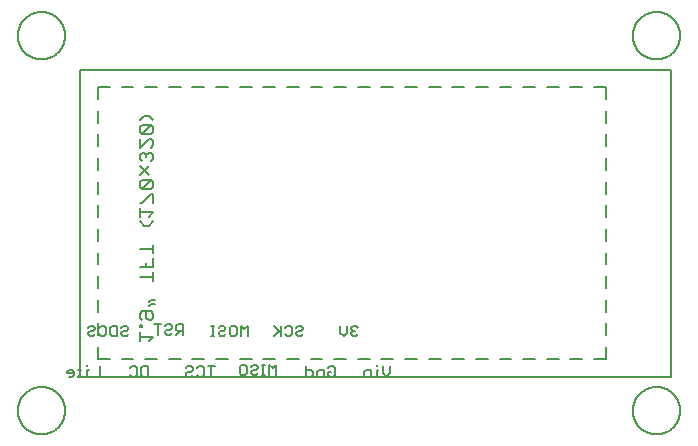
<source format=gbr>
G04 EAGLE Gerber RS-274X export*
G75*
%MOMM*%
%FSLAX34Y34*%
%LPD*%
%INSilkscreen Bottom*%
%IPPOS*%
%AMOC8*
5,1,8,0,0,1.08239X$1,22.5*%
G01*
%ADD10C,0.152400*%
%ADD11C,0.203200*%
%ADD12C,0.127000*%


D10*
X320095Y11945D02*
X320095Y6183D01*
X317214Y3302D01*
X314333Y6183D01*
X314333Y11945D01*
X310740Y9064D02*
X309299Y9064D01*
X309299Y3302D01*
X307859Y3302D02*
X310740Y3302D01*
X309299Y11945D02*
X309299Y13386D01*
X304503Y9064D02*
X304503Y3302D01*
X304503Y9064D02*
X300182Y9064D01*
X298741Y7624D01*
X298741Y3302D01*
X145414Y38862D02*
X145414Y47505D01*
X141092Y47505D01*
X139651Y46065D01*
X139651Y43184D01*
X141092Y41743D01*
X145414Y41743D01*
X142532Y41743D02*
X139651Y38862D01*
X131737Y47505D02*
X130296Y46065D01*
X131737Y47505D02*
X134618Y47505D01*
X136058Y46065D01*
X136058Y44624D01*
X134618Y43184D01*
X131737Y43184D01*
X130296Y41743D01*
X130296Y40303D01*
X131737Y38862D01*
X134618Y38862D01*
X136058Y40303D01*
X123822Y38862D02*
X123822Y47505D01*
X126703Y47505D02*
X120941Y47505D01*
X115738Y11945D02*
X115738Y3302D01*
X111417Y3302D01*
X109976Y4743D01*
X109976Y10505D01*
X111417Y11945D01*
X115738Y11945D01*
X102062Y11945D02*
X100621Y10505D01*
X102062Y11945D02*
X104943Y11945D01*
X106383Y10505D01*
X106383Y4743D01*
X104943Y3302D01*
X102062Y3302D01*
X100621Y4743D01*
X169202Y3302D02*
X169202Y11945D01*
X166321Y11945D02*
X172084Y11945D01*
X158407Y11945D02*
X156966Y10505D01*
X158407Y11945D02*
X161288Y11945D01*
X162728Y10505D01*
X162728Y4743D01*
X161288Y3302D01*
X158407Y3302D01*
X156966Y4743D01*
X149052Y11945D02*
X147611Y10505D01*
X149052Y11945D02*
X151933Y11945D01*
X153373Y10505D01*
X153373Y9064D01*
X151933Y7624D01*
X149052Y7624D01*
X147611Y6183D01*
X147611Y4743D01*
X149052Y3302D01*
X151933Y3302D01*
X153373Y4743D01*
X199910Y37592D02*
X199910Y46235D01*
X197029Y43354D01*
X194148Y46235D01*
X194148Y37592D01*
X189115Y46235D02*
X186234Y46235D01*
X189115Y46235D02*
X190555Y44795D01*
X190555Y39033D01*
X189115Y37592D01*
X186234Y37592D01*
X184793Y39033D01*
X184793Y44795D01*
X186234Y46235D01*
X176878Y46235D02*
X175438Y44795D01*
X176878Y46235D02*
X179759Y46235D01*
X181200Y44795D01*
X181200Y43354D01*
X179759Y41914D01*
X176878Y41914D01*
X175438Y40473D01*
X175438Y39033D01*
X176878Y37592D01*
X179759Y37592D01*
X181200Y39033D01*
X171845Y37592D02*
X168964Y37592D01*
X170404Y37592D02*
X170404Y46235D01*
X168964Y46235D02*
X171845Y46235D01*
X241251Y44795D02*
X242692Y46235D01*
X245573Y46235D01*
X247014Y44795D01*
X247014Y43354D01*
X245573Y41914D01*
X242692Y41914D01*
X241251Y40473D01*
X241251Y39033D01*
X242692Y37592D01*
X245573Y37592D01*
X247014Y39033D01*
X233337Y46235D02*
X231896Y44795D01*
X233337Y46235D02*
X236218Y46235D01*
X237658Y44795D01*
X237658Y39033D01*
X236218Y37592D01*
X233337Y37592D01*
X231896Y39033D01*
X228303Y37592D02*
X228303Y46235D01*
X228303Y40473D02*
X222541Y46235D01*
X226863Y41914D02*
X222541Y37592D01*
X224028Y13215D02*
X224028Y4572D01*
X221147Y10334D02*
X224028Y13215D01*
X221147Y10334D02*
X218266Y13215D01*
X218266Y4572D01*
X214673Y4572D02*
X211792Y4572D01*
X213232Y4572D02*
X213232Y13215D01*
X211792Y13215D02*
X214673Y13215D01*
X204114Y13215D02*
X202674Y11775D01*
X204114Y13215D02*
X206995Y13215D01*
X208436Y11775D01*
X208436Y10334D01*
X206995Y8894D01*
X204114Y8894D01*
X202674Y7453D01*
X202674Y6013D01*
X204114Y4572D01*
X206995Y4572D01*
X208436Y6013D01*
X197640Y13215D02*
X194759Y13215D01*
X197640Y13215D02*
X199081Y11775D01*
X199081Y6013D01*
X197640Y4572D01*
X194759Y4572D01*
X193319Y6013D01*
X193319Y11775D01*
X194759Y13215D01*
X74872Y11945D02*
X74872Y3302D01*
X69110Y3302D01*
X65517Y9064D02*
X64076Y9064D01*
X64076Y3302D01*
X62636Y3302D02*
X65517Y3302D01*
X64076Y11945D02*
X64076Y13386D01*
X57839Y10505D02*
X57839Y4743D01*
X56399Y3302D01*
X56399Y9064D02*
X59280Y9064D01*
X51603Y3302D02*
X48722Y3302D01*
X51603Y3302D02*
X53043Y4743D01*
X53043Y7624D01*
X51603Y9064D01*
X48722Y9064D01*
X47281Y7624D01*
X47281Y6183D01*
X53043Y6183D01*
X267921Y10505D02*
X269362Y11945D01*
X272243Y11945D01*
X273684Y10505D01*
X273684Y4743D01*
X272243Y3302D01*
X269362Y3302D01*
X267921Y4743D01*
X267921Y7624D01*
X270802Y7624D01*
X264328Y9064D02*
X264328Y3302D01*
X264328Y9064D02*
X260007Y9064D01*
X258566Y7624D01*
X258566Y3302D01*
X249211Y3302D02*
X249211Y11945D01*
X249211Y3302D02*
X253533Y3302D01*
X254973Y4743D01*
X254973Y7624D01*
X253533Y9064D01*
X249211Y9064D01*
X292098Y46235D02*
X293538Y44795D01*
X292098Y46235D02*
X289217Y46235D01*
X287776Y44795D01*
X287776Y43354D01*
X289217Y41914D01*
X290657Y41914D01*
X289217Y41914D02*
X287776Y40473D01*
X287776Y39033D01*
X289217Y37592D01*
X292098Y37592D01*
X293538Y39033D01*
X284183Y40473D02*
X284183Y46235D01*
X284183Y40473D02*
X281302Y37592D01*
X278421Y40473D01*
X278421Y46235D01*
X94567Y46235D02*
X93127Y44795D01*
X94567Y46235D02*
X97448Y46235D01*
X98889Y44795D01*
X98889Y43354D01*
X97448Y41914D01*
X94567Y41914D01*
X93127Y40473D01*
X93127Y39033D01*
X94567Y37592D01*
X97448Y37592D01*
X98889Y39033D01*
X89534Y37592D02*
X89534Y46235D01*
X89534Y37592D02*
X85212Y37592D01*
X83771Y39033D01*
X83771Y44795D01*
X85212Y46235D01*
X89534Y46235D01*
X75857Y46235D02*
X74416Y44795D01*
X75857Y46235D02*
X78738Y46235D01*
X80178Y44795D01*
X80178Y39033D01*
X78738Y37592D01*
X75857Y37592D01*
X74416Y39033D01*
X66502Y46235D02*
X65061Y44795D01*
X66502Y46235D02*
X69383Y46235D01*
X70823Y44795D01*
X70823Y43354D01*
X69383Y41914D01*
X66502Y41914D01*
X65061Y40473D01*
X65061Y39033D01*
X66502Y37592D01*
X69383Y37592D01*
X70823Y39033D01*
D11*
X526100Y-25400D02*
X526106Y-24909D01*
X526124Y-24419D01*
X526154Y-23929D01*
X526196Y-23440D01*
X526250Y-22952D01*
X526316Y-22465D01*
X526394Y-21981D01*
X526484Y-21498D01*
X526586Y-21018D01*
X526699Y-20540D01*
X526824Y-20066D01*
X526961Y-19594D01*
X527109Y-19126D01*
X527269Y-18662D01*
X527440Y-18202D01*
X527622Y-17746D01*
X527816Y-17295D01*
X528020Y-16849D01*
X528236Y-16408D01*
X528462Y-15972D01*
X528698Y-15542D01*
X528945Y-15118D01*
X529203Y-14700D01*
X529471Y-14289D01*
X529748Y-13884D01*
X530036Y-13486D01*
X530333Y-13095D01*
X530640Y-12712D01*
X530956Y-12337D01*
X531281Y-11969D01*
X531615Y-11609D01*
X531958Y-11258D01*
X532309Y-10915D01*
X532669Y-10581D01*
X533037Y-10256D01*
X533412Y-9940D01*
X533795Y-9633D01*
X534186Y-9336D01*
X534584Y-9048D01*
X534989Y-8771D01*
X535400Y-8503D01*
X535818Y-8245D01*
X536242Y-7998D01*
X536672Y-7762D01*
X537108Y-7536D01*
X537549Y-7320D01*
X537995Y-7116D01*
X538446Y-6922D01*
X538902Y-6740D01*
X539362Y-6569D01*
X539826Y-6409D01*
X540294Y-6261D01*
X540766Y-6124D01*
X541240Y-5999D01*
X541718Y-5886D01*
X542198Y-5784D01*
X542681Y-5694D01*
X543165Y-5616D01*
X543652Y-5550D01*
X544140Y-5496D01*
X544629Y-5454D01*
X545119Y-5424D01*
X545609Y-5406D01*
X546100Y-5400D01*
X546591Y-5406D01*
X547081Y-5424D01*
X547571Y-5454D01*
X548060Y-5496D01*
X548548Y-5550D01*
X549035Y-5616D01*
X549519Y-5694D01*
X550002Y-5784D01*
X550482Y-5886D01*
X550960Y-5999D01*
X551434Y-6124D01*
X551906Y-6261D01*
X552374Y-6409D01*
X552838Y-6569D01*
X553298Y-6740D01*
X553754Y-6922D01*
X554205Y-7116D01*
X554651Y-7320D01*
X555092Y-7536D01*
X555528Y-7762D01*
X555958Y-7998D01*
X556382Y-8245D01*
X556800Y-8503D01*
X557211Y-8771D01*
X557616Y-9048D01*
X558014Y-9336D01*
X558405Y-9633D01*
X558788Y-9940D01*
X559163Y-10256D01*
X559531Y-10581D01*
X559891Y-10915D01*
X560242Y-11258D01*
X560585Y-11609D01*
X560919Y-11969D01*
X561244Y-12337D01*
X561560Y-12712D01*
X561867Y-13095D01*
X562164Y-13486D01*
X562452Y-13884D01*
X562729Y-14289D01*
X562997Y-14700D01*
X563255Y-15118D01*
X563502Y-15542D01*
X563738Y-15972D01*
X563964Y-16408D01*
X564180Y-16849D01*
X564384Y-17295D01*
X564578Y-17746D01*
X564760Y-18202D01*
X564931Y-18662D01*
X565091Y-19126D01*
X565239Y-19594D01*
X565376Y-20066D01*
X565501Y-20540D01*
X565614Y-21018D01*
X565716Y-21498D01*
X565806Y-21981D01*
X565884Y-22465D01*
X565950Y-22952D01*
X566004Y-23440D01*
X566046Y-23929D01*
X566076Y-24419D01*
X566094Y-24909D01*
X566100Y-25400D01*
X566094Y-25891D01*
X566076Y-26381D01*
X566046Y-26871D01*
X566004Y-27360D01*
X565950Y-27848D01*
X565884Y-28335D01*
X565806Y-28819D01*
X565716Y-29302D01*
X565614Y-29782D01*
X565501Y-30260D01*
X565376Y-30734D01*
X565239Y-31206D01*
X565091Y-31674D01*
X564931Y-32138D01*
X564760Y-32598D01*
X564578Y-33054D01*
X564384Y-33505D01*
X564180Y-33951D01*
X563964Y-34392D01*
X563738Y-34828D01*
X563502Y-35258D01*
X563255Y-35682D01*
X562997Y-36100D01*
X562729Y-36511D01*
X562452Y-36916D01*
X562164Y-37314D01*
X561867Y-37705D01*
X561560Y-38088D01*
X561244Y-38463D01*
X560919Y-38831D01*
X560585Y-39191D01*
X560242Y-39542D01*
X559891Y-39885D01*
X559531Y-40219D01*
X559163Y-40544D01*
X558788Y-40860D01*
X558405Y-41167D01*
X558014Y-41464D01*
X557616Y-41752D01*
X557211Y-42029D01*
X556800Y-42297D01*
X556382Y-42555D01*
X555958Y-42802D01*
X555528Y-43038D01*
X555092Y-43264D01*
X554651Y-43480D01*
X554205Y-43684D01*
X553754Y-43878D01*
X553298Y-44060D01*
X552838Y-44231D01*
X552374Y-44391D01*
X551906Y-44539D01*
X551434Y-44676D01*
X550960Y-44801D01*
X550482Y-44914D01*
X550002Y-45016D01*
X549519Y-45106D01*
X549035Y-45184D01*
X548548Y-45250D01*
X548060Y-45304D01*
X547571Y-45346D01*
X547081Y-45376D01*
X546591Y-45394D01*
X546100Y-45400D01*
X545609Y-45394D01*
X545119Y-45376D01*
X544629Y-45346D01*
X544140Y-45304D01*
X543652Y-45250D01*
X543165Y-45184D01*
X542681Y-45106D01*
X542198Y-45016D01*
X541718Y-44914D01*
X541240Y-44801D01*
X540766Y-44676D01*
X540294Y-44539D01*
X539826Y-44391D01*
X539362Y-44231D01*
X538902Y-44060D01*
X538446Y-43878D01*
X537995Y-43684D01*
X537549Y-43480D01*
X537108Y-43264D01*
X536672Y-43038D01*
X536242Y-42802D01*
X535818Y-42555D01*
X535400Y-42297D01*
X534989Y-42029D01*
X534584Y-41752D01*
X534186Y-41464D01*
X533795Y-41167D01*
X533412Y-40860D01*
X533037Y-40544D01*
X532669Y-40219D01*
X532309Y-39885D01*
X531958Y-39542D01*
X531615Y-39191D01*
X531281Y-38831D01*
X530956Y-38463D01*
X530640Y-38088D01*
X530333Y-37705D01*
X530036Y-37314D01*
X529748Y-36916D01*
X529471Y-36511D01*
X529203Y-36100D01*
X528945Y-35682D01*
X528698Y-35258D01*
X528462Y-34828D01*
X528236Y-34392D01*
X528020Y-33951D01*
X527816Y-33505D01*
X527622Y-33054D01*
X527440Y-32598D01*
X527269Y-32138D01*
X527109Y-31674D01*
X526961Y-31206D01*
X526824Y-30734D01*
X526699Y-30260D01*
X526586Y-29782D01*
X526484Y-29302D01*
X526394Y-28819D01*
X526316Y-28335D01*
X526250Y-27848D01*
X526196Y-27360D01*
X526154Y-26871D01*
X526124Y-26381D01*
X526106Y-25891D01*
X526100Y-25400D01*
X526100Y292100D02*
X526106Y292591D01*
X526124Y293081D01*
X526154Y293571D01*
X526196Y294060D01*
X526250Y294548D01*
X526316Y295035D01*
X526394Y295519D01*
X526484Y296002D01*
X526586Y296482D01*
X526699Y296960D01*
X526824Y297434D01*
X526961Y297906D01*
X527109Y298374D01*
X527269Y298838D01*
X527440Y299298D01*
X527622Y299754D01*
X527816Y300205D01*
X528020Y300651D01*
X528236Y301092D01*
X528462Y301528D01*
X528698Y301958D01*
X528945Y302382D01*
X529203Y302800D01*
X529471Y303211D01*
X529748Y303616D01*
X530036Y304014D01*
X530333Y304405D01*
X530640Y304788D01*
X530956Y305163D01*
X531281Y305531D01*
X531615Y305891D01*
X531958Y306242D01*
X532309Y306585D01*
X532669Y306919D01*
X533037Y307244D01*
X533412Y307560D01*
X533795Y307867D01*
X534186Y308164D01*
X534584Y308452D01*
X534989Y308729D01*
X535400Y308997D01*
X535818Y309255D01*
X536242Y309502D01*
X536672Y309738D01*
X537108Y309964D01*
X537549Y310180D01*
X537995Y310384D01*
X538446Y310578D01*
X538902Y310760D01*
X539362Y310931D01*
X539826Y311091D01*
X540294Y311239D01*
X540766Y311376D01*
X541240Y311501D01*
X541718Y311614D01*
X542198Y311716D01*
X542681Y311806D01*
X543165Y311884D01*
X543652Y311950D01*
X544140Y312004D01*
X544629Y312046D01*
X545119Y312076D01*
X545609Y312094D01*
X546100Y312100D01*
X546591Y312094D01*
X547081Y312076D01*
X547571Y312046D01*
X548060Y312004D01*
X548548Y311950D01*
X549035Y311884D01*
X549519Y311806D01*
X550002Y311716D01*
X550482Y311614D01*
X550960Y311501D01*
X551434Y311376D01*
X551906Y311239D01*
X552374Y311091D01*
X552838Y310931D01*
X553298Y310760D01*
X553754Y310578D01*
X554205Y310384D01*
X554651Y310180D01*
X555092Y309964D01*
X555528Y309738D01*
X555958Y309502D01*
X556382Y309255D01*
X556800Y308997D01*
X557211Y308729D01*
X557616Y308452D01*
X558014Y308164D01*
X558405Y307867D01*
X558788Y307560D01*
X559163Y307244D01*
X559531Y306919D01*
X559891Y306585D01*
X560242Y306242D01*
X560585Y305891D01*
X560919Y305531D01*
X561244Y305163D01*
X561560Y304788D01*
X561867Y304405D01*
X562164Y304014D01*
X562452Y303616D01*
X562729Y303211D01*
X562997Y302800D01*
X563255Y302382D01*
X563502Y301958D01*
X563738Y301528D01*
X563964Y301092D01*
X564180Y300651D01*
X564384Y300205D01*
X564578Y299754D01*
X564760Y299298D01*
X564931Y298838D01*
X565091Y298374D01*
X565239Y297906D01*
X565376Y297434D01*
X565501Y296960D01*
X565614Y296482D01*
X565716Y296002D01*
X565806Y295519D01*
X565884Y295035D01*
X565950Y294548D01*
X566004Y294060D01*
X566046Y293571D01*
X566076Y293081D01*
X566094Y292591D01*
X566100Y292100D01*
X566094Y291609D01*
X566076Y291119D01*
X566046Y290629D01*
X566004Y290140D01*
X565950Y289652D01*
X565884Y289165D01*
X565806Y288681D01*
X565716Y288198D01*
X565614Y287718D01*
X565501Y287240D01*
X565376Y286766D01*
X565239Y286294D01*
X565091Y285826D01*
X564931Y285362D01*
X564760Y284902D01*
X564578Y284446D01*
X564384Y283995D01*
X564180Y283549D01*
X563964Y283108D01*
X563738Y282672D01*
X563502Y282242D01*
X563255Y281818D01*
X562997Y281400D01*
X562729Y280989D01*
X562452Y280584D01*
X562164Y280186D01*
X561867Y279795D01*
X561560Y279412D01*
X561244Y279037D01*
X560919Y278669D01*
X560585Y278309D01*
X560242Y277958D01*
X559891Y277615D01*
X559531Y277281D01*
X559163Y276956D01*
X558788Y276640D01*
X558405Y276333D01*
X558014Y276036D01*
X557616Y275748D01*
X557211Y275471D01*
X556800Y275203D01*
X556382Y274945D01*
X555958Y274698D01*
X555528Y274462D01*
X555092Y274236D01*
X554651Y274020D01*
X554205Y273816D01*
X553754Y273622D01*
X553298Y273440D01*
X552838Y273269D01*
X552374Y273109D01*
X551906Y272961D01*
X551434Y272824D01*
X550960Y272699D01*
X550482Y272586D01*
X550002Y272484D01*
X549519Y272394D01*
X549035Y272316D01*
X548548Y272250D01*
X548060Y272196D01*
X547571Y272154D01*
X547081Y272124D01*
X546591Y272106D01*
X546100Y272100D01*
X545609Y272106D01*
X545119Y272124D01*
X544629Y272154D01*
X544140Y272196D01*
X543652Y272250D01*
X543165Y272316D01*
X542681Y272394D01*
X542198Y272484D01*
X541718Y272586D01*
X541240Y272699D01*
X540766Y272824D01*
X540294Y272961D01*
X539826Y273109D01*
X539362Y273269D01*
X538902Y273440D01*
X538446Y273622D01*
X537995Y273816D01*
X537549Y274020D01*
X537108Y274236D01*
X536672Y274462D01*
X536242Y274698D01*
X535818Y274945D01*
X535400Y275203D01*
X534989Y275471D01*
X534584Y275748D01*
X534186Y276036D01*
X533795Y276333D01*
X533412Y276640D01*
X533037Y276956D01*
X532669Y277281D01*
X532309Y277615D01*
X531958Y277958D01*
X531615Y278309D01*
X531281Y278669D01*
X530956Y279037D01*
X530640Y279412D01*
X530333Y279795D01*
X530036Y280186D01*
X529748Y280584D01*
X529471Y280989D01*
X529203Y281400D01*
X528945Y281818D01*
X528698Y282242D01*
X528462Y282672D01*
X528236Y283108D01*
X528020Y283549D01*
X527816Y283995D01*
X527622Y284446D01*
X527440Y284902D01*
X527269Y285362D01*
X527109Y285826D01*
X526961Y286294D01*
X526824Y286766D01*
X526699Y287240D01*
X526586Y287718D01*
X526484Y288198D01*
X526394Y288681D01*
X526316Y289165D01*
X526250Y289652D01*
X526196Y290140D01*
X526154Y290629D01*
X526124Y291119D01*
X526106Y291609D01*
X526100Y292100D01*
X5400Y-25400D02*
X5406Y-24909D01*
X5424Y-24419D01*
X5454Y-23929D01*
X5496Y-23440D01*
X5550Y-22952D01*
X5616Y-22465D01*
X5694Y-21981D01*
X5784Y-21498D01*
X5886Y-21018D01*
X5999Y-20540D01*
X6124Y-20066D01*
X6261Y-19594D01*
X6409Y-19126D01*
X6569Y-18662D01*
X6740Y-18202D01*
X6922Y-17746D01*
X7116Y-17295D01*
X7320Y-16849D01*
X7536Y-16408D01*
X7762Y-15972D01*
X7998Y-15542D01*
X8245Y-15118D01*
X8503Y-14700D01*
X8771Y-14289D01*
X9048Y-13884D01*
X9336Y-13486D01*
X9633Y-13095D01*
X9940Y-12712D01*
X10256Y-12337D01*
X10581Y-11969D01*
X10915Y-11609D01*
X11258Y-11258D01*
X11609Y-10915D01*
X11969Y-10581D01*
X12337Y-10256D01*
X12712Y-9940D01*
X13095Y-9633D01*
X13486Y-9336D01*
X13884Y-9048D01*
X14289Y-8771D01*
X14700Y-8503D01*
X15118Y-8245D01*
X15542Y-7998D01*
X15972Y-7762D01*
X16408Y-7536D01*
X16849Y-7320D01*
X17295Y-7116D01*
X17746Y-6922D01*
X18202Y-6740D01*
X18662Y-6569D01*
X19126Y-6409D01*
X19594Y-6261D01*
X20066Y-6124D01*
X20540Y-5999D01*
X21018Y-5886D01*
X21498Y-5784D01*
X21981Y-5694D01*
X22465Y-5616D01*
X22952Y-5550D01*
X23440Y-5496D01*
X23929Y-5454D01*
X24419Y-5424D01*
X24909Y-5406D01*
X25400Y-5400D01*
X25891Y-5406D01*
X26381Y-5424D01*
X26871Y-5454D01*
X27360Y-5496D01*
X27848Y-5550D01*
X28335Y-5616D01*
X28819Y-5694D01*
X29302Y-5784D01*
X29782Y-5886D01*
X30260Y-5999D01*
X30734Y-6124D01*
X31206Y-6261D01*
X31674Y-6409D01*
X32138Y-6569D01*
X32598Y-6740D01*
X33054Y-6922D01*
X33505Y-7116D01*
X33951Y-7320D01*
X34392Y-7536D01*
X34828Y-7762D01*
X35258Y-7998D01*
X35682Y-8245D01*
X36100Y-8503D01*
X36511Y-8771D01*
X36916Y-9048D01*
X37314Y-9336D01*
X37705Y-9633D01*
X38088Y-9940D01*
X38463Y-10256D01*
X38831Y-10581D01*
X39191Y-10915D01*
X39542Y-11258D01*
X39885Y-11609D01*
X40219Y-11969D01*
X40544Y-12337D01*
X40860Y-12712D01*
X41167Y-13095D01*
X41464Y-13486D01*
X41752Y-13884D01*
X42029Y-14289D01*
X42297Y-14700D01*
X42555Y-15118D01*
X42802Y-15542D01*
X43038Y-15972D01*
X43264Y-16408D01*
X43480Y-16849D01*
X43684Y-17295D01*
X43878Y-17746D01*
X44060Y-18202D01*
X44231Y-18662D01*
X44391Y-19126D01*
X44539Y-19594D01*
X44676Y-20066D01*
X44801Y-20540D01*
X44914Y-21018D01*
X45016Y-21498D01*
X45106Y-21981D01*
X45184Y-22465D01*
X45250Y-22952D01*
X45304Y-23440D01*
X45346Y-23929D01*
X45376Y-24419D01*
X45394Y-24909D01*
X45400Y-25400D01*
X45394Y-25891D01*
X45376Y-26381D01*
X45346Y-26871D01*
X45304Y-27360D01*
X45250Y-27848D01*
X45184Y-28335D01*
X45106Y-28819D01*
X45016Y-29302D01*
X44914Y-29782D01*
X44801Y-30260D01*
X44676Y-30734D01*
X44539Y-31206D01*
X44391Y-31674D01*
X44231Y-32138D01*
X44060Y-32598D01*
X43878Y-33054D01*
X43684Y-33505D01*
X43480Y-33951D01*
X43264Y-34392D01*
X43038Y-34828D01*
X42802Y-35258D01*
X42555Y-35682D01*
X42297Y-36100D01*
X42029Y-36511D01*
X41752Y-36916D01*
X41464Y-37314D01*
X41167Y-37705D01*
X40860Y-38088D01*
X40544Y-38463D01*
X40219Y-38831D01*
X39885Y-39191D01*
X39542Y-39542D01*
X39191Y-39885D01*
X38831Y-40219D01*
X38463Y-40544D01*
X38088Y-40860D01*
X37705Y-41167D01*
X37314Y-41464D01*
X36916Y-41752D01*
X36511Y-42029D01*
X36100Y-42297D01*
X35682Y-42555D01*
X35258Y-42802D01*
X34828Y-43038D01*
X34392Y-43264D01*
X33951Y-43480D01*
X33505Y-43684D01*
X33054Y-43878D01*
X32598Y-44060D01*
X32138Y-44231D01*
X31674Y-44391D01*
X31206Y-44539D01*
X30734Y-44676D01*
X30260Y-44801D01*
X29782Y-44914D01*
X29302Y-45016D01*
X28819Y-45106D01*
X28335Y-45184D01*
X27848Y-45250D01*
X27360Y-45304D01*
X26871Y-45346D01*
X26381Y-45376D01*
X25891Y-45394D01*
X25400Y-45400D01*
X24909Y-45394D01*
X24419Y-45376D01*
X23929Y-45346D01*
X23440Y-45304D01*
X22952Y-45250D01*
X22465Y-45184D01*
X21981Y-45106D01*
X21498Y-45016D01*
X21018Y-44914D01*
X20540Y-44801D01*
X20066Y-44676D01*
X19594Y-44539D01*
X19126Y-44391D01*
X18662Y-44231D01*
X18202Y-44060D01*
X17746Y-43878D01*
X17295Y-43684D01*
X16849Y-43480D01*
X16408Y-43264D01*
X15972Y-43038D01*
X15542Y-42802D01*
X15118Y-42555D01*
X14700Y-42297D01*
X14289Y-42029D01*
X13884Y-41752D01*
X13486Y-41464D01*
X13095Y-41167D01*
X12712Y-40860D01*
X12337Y-40544D01*
X11969Y-40219D01*
X11609Y-39885D01*
X11258Y-39542D01*
X10915Y-39191D01*
X10581Y-38831D01*
X10256Y-38463D01*
X9940Y-38088D01*
X9633Y-37705D01*
X9336Y-37314D01*
X9048Y-36916D01*
X8771Y-36511D01*
X8503Y-36100D01*
X8245Y-35682D01*
X7998Y-35258D01*
X7762Y-34828D01*
X7536Y-34392D01*
X7320Y-33951D01*
X7116Y-33505D01*
X6922Y-33054D01*
X6740Y-32598D01*
X6569Y-32138D01*
X6409Y-31674D01*
X6261Y-31206D01*
X6124Y-30734D01*
X5999Y-30260D01*
X5886Y-29782D01*
X5784Y-29302D01*
X5694Y-28819D01*
X5616Y-28335D01*
X5550Y-27848D01*
X5496Y-27360D01*
X5454Y-26871D01*
X5424Y-26381D01*
X5406Y-25891D01*
X5400Y-25400D01*
X5400Y292100D02*
X5406Y292591D01*
X5424Y293081D01*
X5454Y293571D01*
X5496Y294060D01*
X5550Y294548D01*
X5616Y295035D01*
X5694Y295519D01*
X5784Y296002D01*
X5886Y296482D01*
X5999Y296960D01*
X6124Y297434D01*
X6261Y297906D01*
X6409Y298374D01*
X6569Y298838D01*
X6740Y299298D01*
X6922Y299754D01*
X7116Y300205D01*
X7320Y300651D01*
X7536Y301092D01*
X7762Y301528D01*
X7998Y301958D01*
X8245Y302382D01*
X8503Y302800D01*
X8771Y303211D01*
X9048Y303616D01*
X9336Y304014D01*
X9633Y304405D01*
X9940Y304788D01*
X10256Y305163D01*
X10581Y305531D01*
X10915Y305891D01*
X11258Y306242D01*
X11609Y306585D01*
X11969Y306919D01*
X12337Y307244D01*
X12712Y307560D01*
X13095Y307867D01*
X13486Y308164D01*
X13884Y308452D01*
X14289Y308729D01*
X14700Y308997D01*
X15118Y309255D01*
X15542Y309502D01*
X15972Y309738D01*
X16408Y309964D01*
X16849Y310180D01*
X17295Y310384D01*
X17746Y310578D01*
X18202Y310760D01*
X18662Y310931D01*
X19126Y311091D01*
X19594Y311239D01*
X20066Y311376D01*
X20540Y311501D01*
X21018Y311614D01*
X21498Y311716D01*
X21981Y311806D01*
X22465Y311884D01*
X22952Y311950D01*
X23440Y312004D01*
X23929Y312046D01*
X24419Y312076D01*
X24909Y312094D01*
X25400Y312100D01*
X25891Y312094D01*
X26381Y312076D01*
X26871Y312046D01*
X27360Y312004D01*
X27848Y311950D01*
X28335Y311884D01*
X28819Y311806D01*
X29302Y311716D01*
X29782Y311614D01*
X30260Y311501D01*
X30734Y311376D01*
X31206Y311239D01*
X31674Y311091D01*
X32138Y310931D01*
X32598Y310760D01*
X33054Y310578D01*
X33505Y310384D01*
X33951Y310180D01*
X34392Y309964D01*
X34828Y309738D01*
X35258Y309502D01*
X35682Y309255D01*
X36100Y308997D01*
X36511Y308729D01*
X36916Y308452D01*
X37314Y308164D01*
X37705Y307867D01*
X38088Y307560D01*
X38463Y307244D01*
X38831Y306919D01*
X39191Y306585D01*
X39542Y306242D01*
X39885Y305891D01*
X40219Y305531D01*
X40544Y305163D01*
X40860Y304788D01*
X41167Y304405D01*
X41464Y304014D01*
X41752Y303616D01*
X42029Y303211D01*
X42297Y302800D01*
X42555Y302382D01*
X42802Y301958D01*
X43038Y301528D01*
X43264Y301092D01*
X43480Y300651D01*
X43684Y300205D01*
X43878Y299754D01*
X44060Y299298D01*
X44231Y298838D01*
X44391Y298374D01*
X44539Y297906D01*
X44676Y297434D01*
X44801Y296960D01*
X44914Y296482D01*
X45016Y296002D01*
X45106Y295519D01*
X45184Y295035D01*
X45250Y294548D01*
X45304Y294060D01*
X45346Y293571D01*
X45376Y293081D01*
X45394Y292591D01*
X45400Y292100D01*
X45394Y291609D01*
X45376Y291119D01*
X45346Y290629D01*
X45304Y290140D01*
X45250Y289652D01*
X45184Y289165D01*
X45106Y288681D01*
X45016Y288198D01*
X44914Y287718D01*
X44801Y287240D01*
X44676Y286766D01*
X44539Y286294D01*
X44391Y285826D01*
X44231Y285362D01*
X44060Y284902D01*
X43878Y284446D01*
X43684Y283995D01*
X43480Y283549D01*
X43264Y283108D01*
X43038Y282672D01*
X42802Y282242D01*
X42555Y281818D01*
X42297Y281400D01*
X42029Y280989D01*
X41752Y280584D01*
X41464Y280186D01*
X41167Y279795D01*
X40860Y279412D01*
X40544Y279037D01*
X40219Y278669D01*
X39885Y278309D01*
X39542Y277958D01*
X39191Y277615D01*
X38831Y277281D01*
X38463Y276956D01*
X38088Y276640D01*
X37705Y276333D01*
X37314Y276036D01*
X36916Y275748D01*
X36511Y275471D01*
X36100Y275203D01*
X35682Y274945D01*
X35258Y274698D01*
X34828Y274462D01*
X34392Y274236D01*
X33951Y274020D01*
X33505Y273816D01*
X33054Y273622D01*
X32598Y273440D01*
X32138Y273269D01*
X31674Y273109D01*
X31206Y272961D01*
X30734Y272824D01*
X30260Y272699D01*
X29782Y272586D01*
X29302Y272484D01*
X28819Y272394D01*
X28335Y272316D01*
X27848Y272250D01*
X27360Y272196D01*
X26871Y272154D01*
X26381Y272124D01*
X25891Y272106D01*
X25400Y272100D01*
X24909Y272106D01*
X24419Y272124D01*
X23929Y272154D01*
X23440Y272196D01*
X22952Y272250D01*
X22465Y272316D01*
X21981Y272394D01*
X21498Y272484D01*
X21018Y272586D01*
X20540Y272699D01*
X20066Y272824D01*
X19594Y272961D01*
X19126Y273109D01*
X18662Y273269D01*
X18202Y273440D01*
X17746Y273622D01*
X17295Y273816D01*
X16849Y274020D01*
X16408Y274236D01*
X15972Y274462D01*
X15542Y274698D01*
X15118Y274945D01*
X14700Y275203D01*
X14289Y275471D01*
X13884Y275748D01*
X13486Y276036D01*
X13095Y276333D01*
X12712Y276640D01*
X12337Y276956D01*
X11969Y277281D01*
X11609Y277615D01*
X11258Y277958D01*
X10915Y278309D01*
X10581Y278669D01*
X10256Y279037D01*
X9940Y279412D01*
X9633Y279795D01*
X9336Y280186D01*
X9048Y280584D01*
X8771Y280989D01*
X8503Y281400D01*
X8245Y281818D01*
X7998Y282242D01*
X7762Y282672D01*
X7536Y283108D01*
X7320Y283549D01*
X7116Y283995D01*
X6922Y284446D01*
X6740Y284902D01*
X6569Y285362D01*
X6409Y285826D01*
X6261Y286294D01*
X6124Y286766D01*
X5999Y287240D01*
X5886Y287718D01*
X5784Y288198D01*
X5694Y288681D01*
X5616Y289165D01*
X5550Y289652D01*
X5496Y290140D01*
X5454Y290629D01*
X5424Y291119D01*
X5406Y291609D01*
X5400Y292100D01*
D12*
X58290Y263350D02*
X58290Y3350D01*
X558290Y3350D01*
X558290Y263350D01*
X58290Y263350D01*
X73290Y248350D02*
X73290Y238350D01*
X73290Y228350D02*
X73290Y218350D01*
X73290Y208350D02*
X73290Y198350D01*
X73290Y188350D02*
X73290Y178350D01*
X73290Y168350D02*
X73290Y158350D01*
X73290Y148350D02*
X73290Y138350D01*
X73290Y128350D02*
X73290Y118350D01*
X73290Y108350D02*
X73290Y98350D01*
X73290Y88350D02*
X73290Y78350D01*
X73290Y68350D02*
X73290Y58350D01*
X73290Y48350D02*
X73290Y38350D01*
X73290Y28350D02*
X73290Y18350D01*
X83290Y18350D01*
X93290Y18350D02*
X103290Y18350D01*
X113290Y18350D02*
X123290Y18350D01*
X133290Y18350D02*
X143290Y18350D01*
X153290Y18350D02*
X163290Y18350D01*
X173290Y18350D02*
X183290Y18350D01*
X193290Y18350D02*
X203290Y18350D01*
X213290Y18350D02*
X223290Y18350D01*
X233290Y18350D02*
X243290Y18350D01*
X253290Y18350D02*
X263290Y18350D01*
X273290Y18350D02*
X283290Y18350D01*
X293290Y18350D02*
X303290Y18350D01*
X313290Y18350D02*
X323290Y18350D01*
X333290Y18350D02*
X343290Y18350D01*
X353290Y18350D02*
X363290Y18350D01*
X373290Y18350D02*
X383290Y18350D01*
X393290Y18350D02*
X403290Y18350D01*
X413290Y18350D02*
X423290Y18350D01*
X433290Y18350D02*
X443290Y18350D01*
X453290Y18350D02*
X463290Y18350D01*
X473290Y18350D02*
X483290Y18350D01*
X493290Y18350D02*
X503290Y18350D01*
X503290Y28350D01*
X503290Y38350D02*
X503290Y48350D01*
X503290Y58350D02*
X503290Y68350D01*
X503290Y78350D02*
X503290Y88350D01*
X503290Y98350D02*
X503290Y108350D01*
X503290Y118350D02*
X503290Y128350D01*
X503290Y138350D02*
X503290Y148350D01*
X503290Y158350D02*
X503290Y168350D01*
X503290Y178350D02*
X503290Y188350D01*
X503290Y198350D02*
X503290Y208350D01*
X503290Y218350D02*
X503290Y228350D01*
X503290Y238350D02*
X503290Y248350D01*
X493290Y248350D01*
X483290Y248350D02*
X473290Y248350D01*
X463290Y248350D02*
X453290Y248350D01*
X443290Y248350D02*
X433290Y248350D01*
X423290Y248350D02*
X413290Y248350D01*
X403290Y248350D02*
X393290Y248350D01*
X383290Y248350D02*
X373290Y248350D01*
X363290Y248350D02*
X353290Y248350D01*
X343290Y248350D02*
X333290Y248350D01*
X323290Y248350D02*
X313290Y248350D01*
X303290Y248350D02*
X293290Y248350D01*
X283290Y248350D02*
X273290Y248350D01*
X263290Y248350D02*
X253290Y248350D01*
X243290Y248350D02*
X233290Y248350D01*
X223290Y248350D02*
X213290Y248350D01*
X203290Y248350D02*
X193290Y248350D01*
X183290Y248350D02*
X173290Y248350D01*
X163290Y248350D02*
X153290Y248350D01*
X143290Y248350D02*
X133290Y248350D01*
X123290Y248350D02*
X113290Y248350D01*
X103290Y248350D02*
X93290Y248350D01*
X83290Y248350D02*
X73290Y248350D01*
D10*
X119888Y37291D02*
X116159Y33562D01*
X119888Y37291D02*
X108702Y37291D01*
X108702Y41019D02*
X108702Y33562D01*
X108702Y45256D02*
X110566Y45256D01*
X110566Y47120D01*
X108702Y47120D01*
X108702Y45256D01*
X110566Y51103D02*
X108702Y52967D01*
X108702Y56696D01*
X110566Y58560D01*
X118023Y58560D01*
X119888Y56696D01*
X119888Y52967D01*
X118023Y51103D01*
X116159Y51103D01*
X114295Y52967D01*
X114295Y58560D01*
X118023Y64661D02*
X121752Y64661D01*
X118023Y64661D02*
X116159Y62797D01*
X118023Y68390D02*
X121752Y68390D01*
X118023Y68390D02*
X116159Y66525D01*
X119888Y87964D02*
X108702Y87964D01*
X119888Y84236D02*
X119888Y91693D01*
X119888Y95930D02*
X108702Y95930D01*
X119888Y95930D02*
X119888Y103387D01*
X114295Y99658D02*
X114295Y95930D01*
X108702Y111352D02*
X119888Y111352D01*
X119888Y107624D02*
X119888Y115081D01*
X112431Y131012D02*
X108702Y134740D01*
X112431Y131012D02*
X116159Y131012D01*
X119888Y134740D01*
X116159Y138808D02*
X119888Y142536D01*
X108702Y142536D01*
X108702Y138808D02*
X108702Y146265D01*
X119888Y150502D02*
X119888Y157959D01*
X118023Y157959D01*
X110566Y150502D01*
X108702Y150502D01*
X110566Y162196D02*
X118023Y162196D01*
X119888Y164060D01*
X119888Y167788D01*
X118023Y169653D01*
X110566Y169653D01*
X108702Y167788D01*
X108702Y164060D01*
X110566Y162196D01*
X118023Y169653D01*
X116159Y173890D02*
X108702Y181347D01*
X108702Y173890D02*
X116159Y181347D01*
X118023Y185584D02*
X119888Y187448D01*
X119888Y191176D01*
X118023Y193041D01*
X116159Y193041D01*
X114295Y191176D01*
X114295Y189312D01*
X114295Y191176D02*
X112431Y193041D01*
X110566Y193041D01*
X108702Y191176D01*
X108702Y187448D01*
X110566Y185584D01*
X108702Y197278D02*
X108702Y204735D01*
X108702Y197278D02*
X116159Y204735D01*
X118023Y204735D01*
X119888Y202870D01*
X119888Y199142D01*
X118023Y197278D01*
X118023Y208972D02*
X110566Y208972D01*
X118023Y208972D02*
X119888Y210836D01*
X119888Y214564D01*
X118023Y216429D01*
X110566Y216429D01*
X108702Y214564D01*
X108702Y210836D01*
X110566Y208972D01*
X118023Y216429D01*
X112431Y224394D02*
X108702Y220666D01*
X112431Y224394D02*
X116159Y224394D01*
X119888Y220666D01*
M02*

</source>
